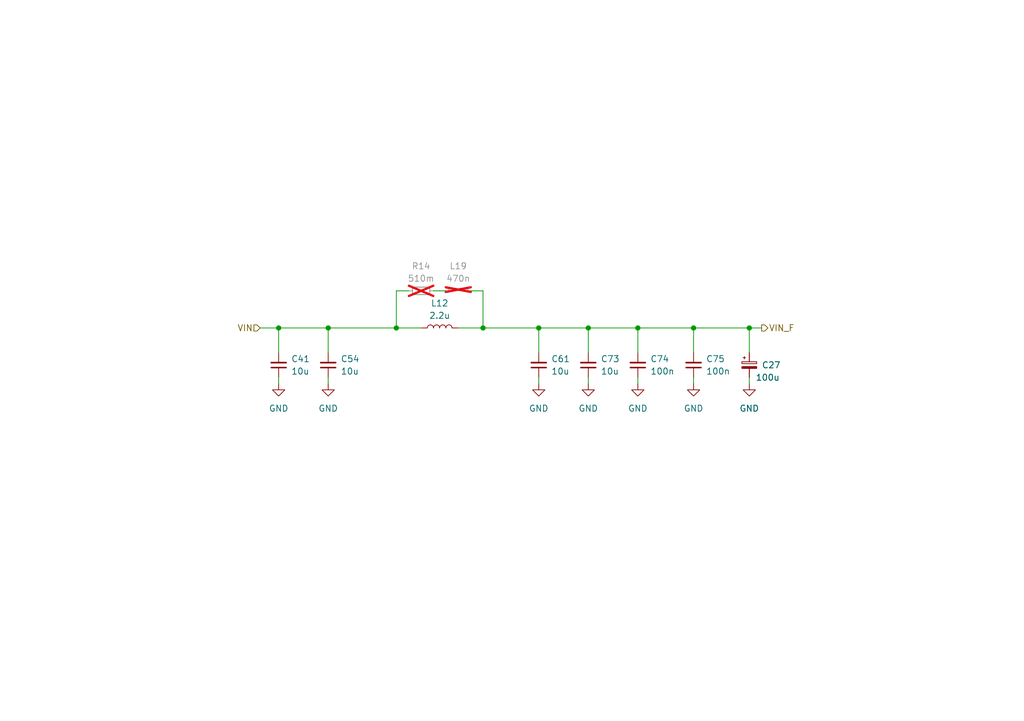
<source format=kicad_sch>
(kicad_sch (version 20230121) (generator eeschema)
  (paper "A5")
  (lib_symbols
    (symbol "Device:C_Polarized_Small" (pin_numbers hide) (pin_names (offset 0.254) hide)
      (property "Reference" "C" (at 0.254 1.778 0))
      (property "Value" "C_Polarized_Small" (at 0.254 -2.032 0))
      (symbol "C_Polarized_Small_0_1"
        (rectangle (start -1.524 -0.3048) (end 1.524 -0.6858) (fill (type outline)))
        (rectangle (start -1.524 0.6858) (end 1.524 0.3048))
        (polyline (pts (xy -1.27 1.524) (xy -0.762 1.524)))
        (polyline (pts (xy -1.016 1.27) (xy -1.016 1.778)))
      )
      (symbol "C_Polarized_Small_1_1"
        (pin passive line (at 0 2.54 270) (length 1.8542) (name "~") (number "1"))
        (pin passive line (at 0 -2.54 90) (length 1.8542) (name "~") (number "2"))
      )
    )
    (symbol "Device:C_Small" (pin_numbers hide) (pin_names (offset 0.254) hide)
      (property "Reference" "C" (at 0.254 1.778 0))
      (property "Value" "C_Small" (at 0.254 -2.032 0))
      (symbol "C_Small_0_1"
        (polyline (pts (xy -1.524 -0.508) (xy 1.524 -0.508)) (stroke (width 0.3302)))
        (polyline (pts (xy -1.524 0.508) (xy 1.524 0.508)) (stroke (width 0.3048)))
      )
      (symbol "C_Small_1_1"
        (pin passive line (at 0 2.54 270) (length 2.032) (name "~") (number "1"))
        (pin passive line (at 0 -2.54 90) (length 2.032) (name "~") (number "2"))
      )
    )
    (symbol "Device:L" (pin_numbers hide) (pin_names (offset 1.016) hide)
      (property "Reference" "L" (at -1.27 0 90))
      (property "Value" "L" (at 1.905 0 90))
      (symbol "L_0_1"
        (arc (start 0 -2.54) (mid 0.6323 -1.905) (end 0 -1.27))
        (arc (start 0 -1.27) (mid 0.6323 -0.635) (end 0 0))
        (arc (start 0 0) (mid 0.6323 0.635) (end 0 1.27))
        (arc (start 0 1.27) (mid 0.6323 1.905) (end 0 2.54))
      )
      (symbol "L_1_1"
        (pin passive line (at 0 3.81 270) (length 1.27) (name "1") (number "1"))
        (pin passive line (at 0 -3.81 90) (length 1.27) (name "2") (number "2"))
      )
    )
    (symbol "Device:L_Small" (pin_numbers hide) (pin_names (offset 0.254) hide)
      (property "Reference" "L" (at 0.762 1.016 0))
      (property "Value" "L_Small" (at 0.762 -1.016 0))
      (symbol "L_Small_0_1"
        (arc (start 0 -2.032) (mid 0.5058 -1.524) (end 0 -1.016))
        (arc (start 0 -1.016) (mid 0.5058 -0.508) (end 0 0))
        (arc (start 0 0) (mid 0.5058 0.508) (end 0 1.016))
        (arc (start 0 1.016) (mid 0.5058 1.524) (end 0 2.032))
      )
      (symbol "L_Small_1_1"
        (pin passive line (at 0 2.54 270) (length 0.508) (name "~") (number "1"))
        (pin passive line (at 0 -2.54 90) (length 0.508) (name "~") (number "2"))
      )
    )
    (symbol "Device:R_Small" (pin_numbers hide) (pin_names (offset 0.254) hide)
      (property "Reference" "R" (at 0.762 0.508 0))
      (property "Value" "R_Small" (at 0.762 -1.016 0))
      (symbol "R_Small_0_1"
        (rectangle (start -0.762 1.778) (end 0.762 -1.778) (stroke (width 0.2032)))
      )
      (symbol "R_Small_1_1"
        (pin passive line (at 0 2.54 270) (length 0.762) (name "~") (number "1"))
        (pin passive line (at 0 -2.54 90) (length 0.762) (name "~") (number "2"))
      )
    )
    (symbol "GND_1" (power) (pin_names (offset 0))
      (property "Value" "GND_1" (at 0 -3.81 0))
      (symbol "GND_1_0_1"
        (polyline (pts (xy 0 0) (xy 0 -1.27) (xy 1.27 -1.27) (xy 0 -2.54) (xy -1.27 -1.27) (xy 0 -1.27)))
      )
      (symbol "GND_1_1_1"
        (pin power_in line (at 0 0 270) (length 0) hide (name "GND") (number "1"))
      )
    )
  )
  (junction (at 67.31 67.31))
  (junction (at 120.65 67.31))
  (junction (at 153.67 67.31))
  (junction (at 142.24 67.31))
  (junction (at 57.15 67.31))
  (junction (at 130.81 67.31))
  (junction (at 81.28 67.31))
  (junction (at 110.49 67.31))
  (junction (at 99.06 67.31))
  (wire (pts (xy 130.81 72.39) (xy 130.81 67.31)))
  (wire (pts (xy 99.06 67.31) (xy 99.06 59.69)))
  (wire (pts (xy 83.82 59.69) (xy 81.28 59.69)))
  (wire (pts (xy 81.28 67.31) (xy 86.36 67.31)))
  (wire (pts (xy 57.15 67.31) (xy 57.15 72.39)))
  (wire (pts (xy 120.65 67.31) (xy 130.81 67.31)))
  (wire (pts (xy 153.67 67.31) (xy 156.21 67.31)))
  (wire (pts (xy 88.9 59.69) (xy 91.44 59.69)))
  (wire (pts (xy 81.28 59.69) (xy 81.28 67.31)))
  (wire (pts (xy 53.34 67.31) (xy 57.15 67.31)))
  (wire (pts (xy 142.24 67.31) (xy 153.67 67.31)))
  (wire (pts (xy 93.98 67.31) (xy 99.06 67.31)))
  (wire (pts (xy 67.31 67.31) (xy 81.28 67.31)))
  (wire (pts (xy 130.81 77.47) (xy 130.81 78.74)))
  (wire (pts (xy 110.49 77.47) (xy 110.49 78.74)))
  (wire (pts (xy 120.65 72.39) (xy 120.65 67.31)))
  (wire (pts (xy 142.24 72.39) (xy 142.24 67.31)))
  (wire (pts (xy 67.31 72.39) (xy 67.31 67.31)))
  (wire (pts (xy 142.24 77.47) (xy 142.24 78.74)))
  (wire (pts (xy 153.67 78.74) (xy 153.67 77.47)))
  (wire (pts (xy 57.15 67.31) (xy 67.31 67.31)))
  (wire (pts (xy 110.49 67.31) (xy 110.49 72.39)))
  (wire (pts (xy 153.67 72.39) (xy 153.67 67.31)))
  (wire (pts (xy 57.15 77.47) (xy 57.15 78.74)))
  (wire (pts (xy 67.31 77.47) (xy 67.31 78.74)))
  (wire (pts (xy 96.52 59.69) (xy 99.06 59.69)))
  (wire (pts (xy 99.06 67.31) (xy 110.49 67.31)))
  (wire (pts (xy 110.49 67.31) (xy 120.65 67.31)))
  (wire (pts (xy 120.65 77.47) (xy 120.65 78.74)))
  (wire (pts (xy 130.81 67.31) (xy 142.24 67.31)))
  (hierarchical_label "VIN" (shape input) (at 53.34 67.31 180))
  (hierarchical_label "VIN_F" (shape output) (at 156.21 67.31 0))
  (symbol (lib_id "Device:C_Small") (at 142.24 74.93 180) (unit 1)
    (property "Reference" "C75" (at 144.78 73.66 0) (effects (justify right)))
    (property "Value" "100n" (at 144.78 76.2 0) (effects (justify right)))
    (property "Footprint" "Capacitor_SMD:C_0805_2012Metric" (effects hide))
    (property "Notes" "50V" (effects hide))
  )
  (symbol (lib_id "Device:L_Small") (at 93.98 59.69 90) (unit 1) (dnp yes)
    (property "Reference" "L19" (at 93.98 54.61 90))
    (property "Value" "470n" (at 93.98 57.15 90))
  )
  (symbol (lib_name "GND_1") (lib_id "power:GND") (at 110.49 78.74 0) (unit 1)
    (property "Reference" "#PWR0106" (effects hide))
    (property "Value" "GND" (at 110.49 83.82 0))
  )
  (symbol (lib_name "GND_1") (lib_id "power:GND") (at 153.67 78.74 0) (unit 1)
    (property "Reference" "#PWR0135" (effects hide))
    (property "Value" "GND" (at 153.67 83.82 0))
    (instances (project "mobo" (path "" (reference "#PWR0135") (unit 1)) (path "" (reference "#PWR0111") (unit 1))))
  )
  (symbol (lib_id "Device:R_Small") (at 86.36 59.69 90) (unit 1) (dnp yes)
    (property "Reference" "R14" (at 86.36 54.61 90))
    (property "Value" "510m" (at 86.36 57.15 90))
  )
  (symbol (lib_name "GND_1") (lib_id "power:GND") (at 130.81 78.74 0) (unit 1)
    (property "Reference" "#PWR0132" (effects hide))
    (property "Value" "GND" (at 130.81 83.82 0))
  )
  (symbol (lib_name "GND_1") (lib_id "power:GND") (at 120.65 78.74 0) (unit 1)
    (property "Reference" "#PWR0115" (effects hide))
    (property "Value" "GND" (at 120.65 83.82 0))
  )
  (symbol (lib_name "GND_1") (lib_id "power:GND") (at 67.31 78.74 0) (unit 1)
    (property "Reference" "#PWR0104" (effects hide))
    (property "Value" "GND" (at 67.31 83.82 0))
  )
  (symbol (lib_id "Device:C_Small") (at 57.15 74.93 180) (unit 1)
    (property "Reference" "C41" (at 59.69 73.66 0) (effects (justify right)))
    (property "Value" "10u" (at 59.69 76.2 0) (effects (justify right)))
    (property "Footprint" "Capacitor_SMD:C_1206_3216Metric" (effects hide))
    (property "Notes" "50V" (effects hide))
  )
  (symbol (lib_id "Device:L") (at 90.17 67.31 90) (unit 1)
    (property "Reference" "L12" (at 90.17 62.23 90))
    (property "Value" "2.2u" (at 90.17 64.77 90))
  )
  (symbol (lib_name "GND_1") (lib_id "power:GND") (at 57.15 78.74 0) (unit 1)
    (property "Reference" "#PWR0102" (effects hide))
    (property "Value" "GND" (at 57.15 83.82 0))
  )
  (symbol (lib_id "Device:C_Small") (at 67.31 74.93 180) (unit 1)
    (property "Reference" "C54" (at 69.85 73.66 0) (effects (justify right)))
    (property "Value" "10u" (at 69.85 76.2 0) (effects (justify right)))
    (property "Footprint" "Capacitor_SMD:C_1206_3216Metric" (effects hide))
    (property "Notes" "50V" (effects hide))
  )
  (symbol (lib_id "Device:C_Polarized_Small") (at 153.67 74.93 0) (unit 1)
    (property "Reference" "C27" (at 156.21 74.93 0) (effects (justify left)))
    (property "Value" "100u" (at 154.94 77.47 0) (effects (justify left)))
    (property "Footprint" "Capacitor_SMD:CP_Elec_6.3x7.7" (effects hide))
    (property "Digikey" "493-2203-1-ND" (effects hide))
    (property "JLCPCB" "C99837" (effects hide))
    (property "LCSC" "C3339" (effects hide))
    (property "Mouser" "647-UWT1V101MCL1S" (effects hide))
    (property "Notes" "35V/20%/Aluminum" (effects hide))
  )
  (symbol (lib_id "Device:C_Small") (at 120.65 74.93 180) (unit 1)
    (property "Reference" "C73" (at 123.19 73.66 0) (effects (justify right)))
    (property "Value" "10u" (at 123.19 76.2 0) (effects (justify right)))
    (property "Footprint" "Capacitor_SMD:C_1206_3216Metric" (effects hide))
    (property "Notes" "50V" (effects hide))
  )
  (symbol (lib_id "Device:C_Small") (at 110.49 74.93 180) (unit 1)
    (property "Reference" "C61" (at 113.03 73.66 0) (effects (justify right)))
    (property "Value" "10u" (at 113.03 76.2 0) (effects (justify right)))
    (property "Footprint" "Capacitor_SMD:C_1206_3216Metric" (effects hide))
    (property "Notes" "50V" (effects hide))
  )
  (symbol (lib_name "GND_1") (lib_id "power:GND") (at 142.24 78.74 0) (unit 1)
    (property "Reference" "#PWR0135" (effects hide))
    (property "Value" "GND" (at 142.24 83.82 0))
  )
  (symbol (lib_id "Device:C_Small") (at 130.81 74.93 180) (unit 1)
    (property "Reference" "C74" (at 133.35 73.66 0) (effects (justify right)))
    (property "Value" "100n" (at 133.35 76.2 0) (effects (justify right)))
    (property "Footprint" "Capacitor_SMD:C_0805_2012Metric" (effects hide))
    (property "Notes" "50V" (effects hide))
  )
)
</source>
